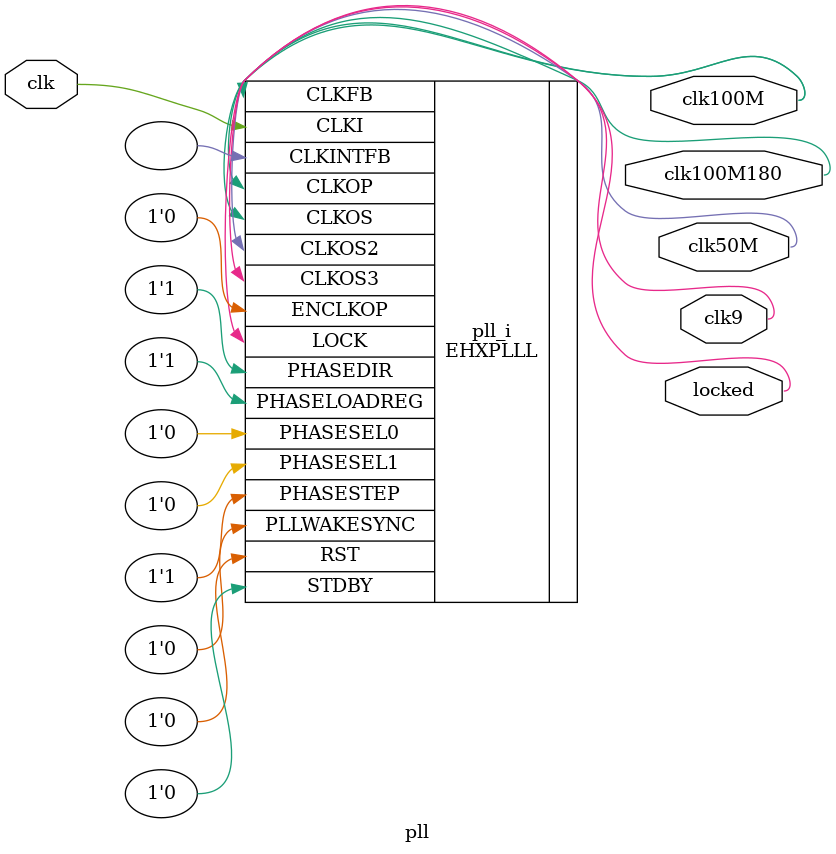
<source format=v>
module pll
(
    input clk, // 25 MHz, 0 deg
    output clk100M, // 100 MHz, 0 deg
    output clk100M180, // 100 MHz, 180 deg
    output clk50M, // 50 MHz, 0 deg
    output clk9, // 9.09091 MHz, 0 deg
    output locked
);
(* FREQUENCY_PIN_CLKI="25" *)
(* FREQUENCY_PIN_CLKOP="100" *)
(* FREQUENCY_PIN_CLKOS="100" *)
(* FREQUENCY_PIN_CLKOS2="50" *)
(* FREQUENCY_PIN_CLKOS3="9.09091" *)
(* ICP_CURRENT="12" *) (* LPF_RESISTOR="8" *) (* MFG_ENABLE_FILTEROPAMP="1" *) (* MFG_GMCREF_SEL="2" *)
EHXPLLL #(
        .PLLRST_ENA("DISABLED"),
        .INTFB_WAKE("DISABLED"),
        .STDBY_ENABLE("DISABLED"),
        .DPHASE_SOURCE("DISABLED"),
        .OUTDIVIDER_MUXA("DIVA"),
        .OUTDIVIDER_MUXB("DIVB"),
        .OUTDIVIDER_MUXC("DIVC"),
        .OUTDIVIDER_MUXD("DIVD"),
        .CLKI_DIV(1),
        .CLKOP_ENABLE("ENABLED"),
        .CLKOP_DIV(6),
        .CLKOP_CPHASE(2),
        .CLKOP_FPHASE(0),
        .CLKOS_ENABLE("ENABLED"),
        .CLKOS_DIV(6),
        .CLKOS_CPHASE(5),
        .CLKOS_FPHASE(0),
        .CLKOS2_ENABLE("ENABLED"),
        .CLKOS2_DIV(12),
        .CLKOS2_CPHASE(2),
        .CLKOS2_FPHASE(0),
        .CLKOS3_ENABLE("ENABLED"),
        .CLKOS3_DIV(66),
        .CLKOS3_CPHASE(2),
        .CLKOS3_FPHASE(0),
        .FEEDBK_PATH("CLKOP"),
        .CLKFB_DIV(4)
    ) pll_i (
        .RST(1'b0),
        .STDBY(1'b0),
        .CLKI(clk),
        .CLKOP(clk100M),
        .CLKOS(clk100M180),
        .CLKOS2(clk50M),
        .CLKOS3(clk9),
        .CLKFB(clk100M),
        .CLKINTFB(),
        .PHASESEL0(1'b0),
        .PHASESEL1(1'b0),
        .PHASEDIR(1'b1),
        .PHASESTEP(1'b1),
        .PHASELOADREG(1'b1),
        .PLLWAKESYNC(1'b0),
        .ENCLKOP(1'b0),
        .LOCK(locked)
	);
endmodule

</source>
